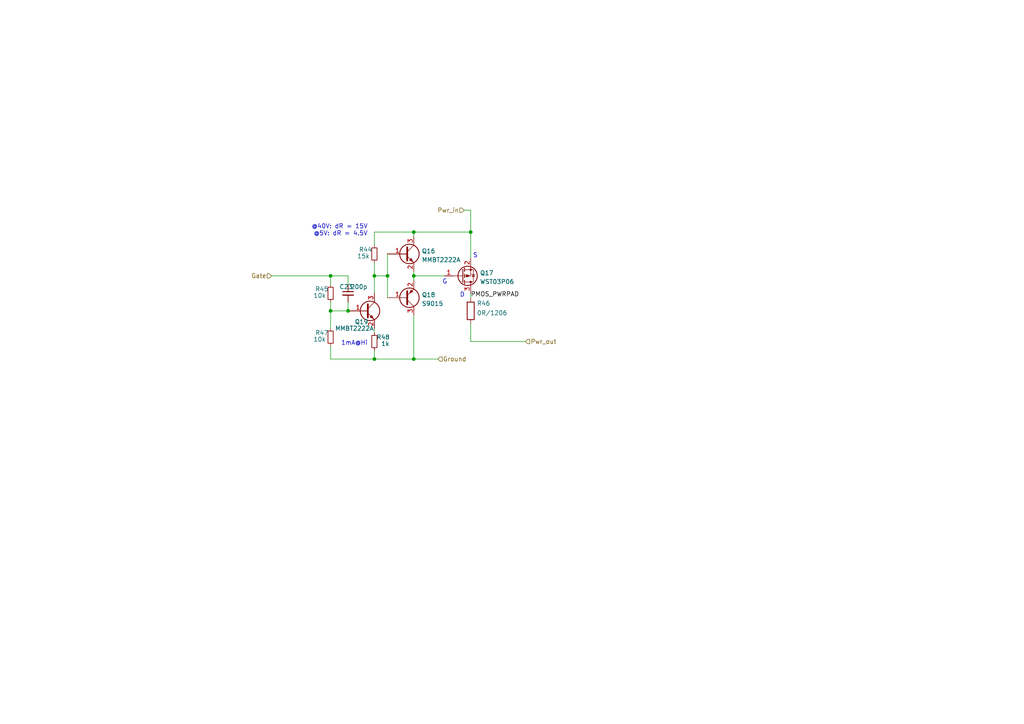
<source format=kicad_sch>
(kicad_sch (version 20230121) (generator eeschema)
  (paper "A4")
  (lib_symbols
    (symbol "Critbit_lib:WST03P06" (pin_names hide)
      (property "Reference" "Q" (at 5.08 1.905 0))
      (property "Value" "WST03P06" (at 5.08 0 0))
      (symbol "WST03P06_0_1"
        (polyline (pts (xy 0.254 -1.905) (xy 0.254 1.905)) (stroke (width 0.254)))
        (polyline (pts (xy 0.254 0) (xy -2.54 0)))
        (polyline (pts (xy 0.762 -2.286) (xy 0.762 -1.27)) (stroke (width 0.254)))
        (polyline (pts (xy 0.762 -0.508) (xy 0.762 0.508)) (stroke (width 0.254)))
        (polyline (pts (xy 0.762 1.27) (xy 0.762 2.286)) (stroke (width 0.254)))
        (polyline (pts (xy 2.54 -2.54) (xy 2.54 -1.778)))
        (polyline (pts (xy 2.54 2.54) (xy 2.54 0) (xy 0.762 0)))
        (polyline (pts (xy 0.762 -1.778) (xy 3.302 -1.778) (xy 3.302 1.778) (xy 0.762 1.778)))
        (polyline (pts (xy 2.286 0) (xy 1.27 -0.381) (xy 1.27 0.381) (xy 2.286 0)) (fill (type outline)))
        (polyline (pts (xy 2.794 0.508) (xy 2.921 0.381) (xy 3.683 0.381) (xy 3.81 0.254)))
        (polyline (pts (xy 3.302 0.381) (xy 2.921 -0.254) (xy 3.683 -0.254) (xy 3.302 0.381)))
        (circle (center 1.651 0) (radius 2.794) (stroke (width 0.254)))
        (circle (center 2.54 -1.778) (radius 0.254) (fill (type outline)))
        (circle (center 2.54 1.778) (radius 0.254) (fill (type outline)))
      )
      (symbol "WST03P06_1_1"
        (pin input line (at -5.08 0 0) (length 2.54) (name "G") (number "1"))
        (pin passive line (at 2.54 5.08 270) (length 2.54) (name "D") (number "2"))
        (pin passive line (at 2.54 -5.08 90) (length 2.54) (name "S") (number "3"))
      )
    )
    (symbol "Device:C_Small" (pin_numbers hide) (pin_names (offset 0.254) hide)
      (property "Reference" "C" (at 0.254 1.778 0))
      (property "Value" "C_Small" (at 0.254 -2.032 0))
      (symbol "C_Small_0_1"
        (polyline (pts (xy -1.524 -0.508) (xy 1.524 -0.508)) (stroke (width 0.3302)))
        (polyline (pts (xy -1.524 0.508) (xy 1.524 0.508)) (stroke (width 0.3048)))
      )
      (symbol "C_Small_1_1"
        (pin passive line (at 0 2.54 270) (length 2.032) (name "~") (number "1"))
        (pin passive line (at 0 -2.54 90) (length 2.032) (name "~") (number "2"))
      )
    )
    (symbol "Device:Q_NPN_BEC" (pin_names (offset 0) hide)
      (property "Reference" "Q" (at 5.08 1.27 0))
      (property "Value" "Q_NPN_BEC" (at 5.08 -1.27 0))
      (symbol "Q_NPN_BEC_0_1"
        (polyline (pts (xy 0.635 0.635) (xy 2.54 2.54)))
        (polyline (pts (xy 0.635 -0.635) (xy 2.54 -2.54) (xy 2.54 -2.54)))
        (polyline (pts (xy 0.635 1.905) (xy 0.635 -1.905) (xy 0.635 -1.905)) (stroke (width 0.508)))
        (polyline (pts (xy 1.27 -1.778) (xy 1.778 -1.27) (xy 2.286 -2.286) (xy 1.27 -1.778) (xy 1.27 -1.778)) (fill (type outline)))
        (circle (center 1.27 0) (radius 2.8194) (stroke (width 0.254)))
      )
      (symbol "Q_NPN_BEC_1_1"
        (pin input line (at -5.08 0 0) (length 5.715) (name "B") (number "1"))
        (pin passive line (at 2.54 -5.08 90) (length 2.54) (name "E") (number "2"))
        (pin passive line (at 2.54 5.08 270) (length 2.54) (name "C") (number "3"))
      )
    )
    (symbol "Device:Q_PNP_BEC" (pin_names (offset 0) hide)
      (property "Reference" "Q" (at 5.08 1.27 0))
      (property "Value" "Q_PNP_BEC" (at 5.08 -1.27 0))
      (symbol "Q_PNP_BEC_0_1"
        (polyline (pts (xy 0.635 0.635) (xy 2.54 2.54)))
        (polyline (pts (xy 0.635 -0.635) (xy 2.54 -2.54) (xy 2.54 -2.54)))
        (polyline (pts (xy 0.635 1.905) (xy 0.635 -1.905) (xy 0.635 -1.905)) (stroke (width 0.508)))
        (polyline (pts (xy 2.286 -1.778) (xy 1.778 -2.286) (xy 1.27 -1.27) (xy 2.286 -1.778) (xy 2.286 -1.778)) (fill (type outline)))
        (circle (center 1.27 0) (radius 2.8194) (stroke (width 0.254)))
      )
      (symbol "Q_PNP_BEC_1_1"
        (pin input line (at -5.08 0 0) (length 5.715) (name "B") (number "1"))
        (pin passive line (at 2.54 -5.08 90) (length 2.54) (name "E") (number "2"))
        (pin passive line (at 2.54 5.08 270) (length 2.54) (name "C") (number "3"))
      )
    )
    (symbol "Device:R" (pin_numbers hide) (pin_names (offset 0))
      (property "Reference" "R" (at 2.032 0 90))
      (property "Value" "R" (at 0 0 90))
      (symbol "R_0_1"
        (rectangle (start -1.016 -2.54) (end 1.016 2.54) (stroke (width 0.254)))
      )
      (symbol "R_1_1"
        (pin passive line (at 0 3.81 270) (length 1.27) (name "~") (number "1"))
        (pin passive line (at 0 -3.81 90) (length 1.27) (name "~") (number "2"))
      )
    )
    (symbol "Device:R_Small" (pin_numbers hide) (pin_names (offset 0.254) hide)
      (property "Reference" "R" (at 0.762 0.508 0))
      (property "Value" "R_Small" (at 0.762 -1.016 0))
      (symbol "R_Small_0_1"
        (rectangle (start -0.762 1.778) (end 0.762 -1.778) (stroke (width 0.2032)))
      )
      (symbol "R_Small_1_1"
        (pin passive line (at 0 2.54 270) (length 0.762) (name "~") (number "1"))
        (pin passive line (at 0 -2.54 90) (length 0.762) (name "~") (number "2"))
      )
    )
  )
  (junction (at 100.965 90.17))
  (junction (at 136.525 67.31))
  (junction (at 108.585 104.14))
  (junction (at 112.395 80.01))
  (junction (at 95.885 90.17))
  (junction (at 120.015 80.01))
  (junction (at 95.885 80.01))
  (junction (at 120.015 104.14))
  (junction (at 120.015 67.31))
  (junction (at 108.585 80.01))
  (wire (pts (xy 100.965 87.63) (xy 100.965 90.17)))
  (wire (pts (xy 95.885 90.17) (xy 100.965 90.17)))
  (wire (pts (xy 120.015 67.31) (xy 108.585 67.31)))
  (wire (pts (xy 128.905 80.01) (xy 120.015 80.01)))
  (wire (pts (xy 108.585 76.2) (xy 108.585 80.01)))
  (wire (pts (xy 108.585 104.14) (xy 95.885 104.14)))
  (wire (pts (xy 112.395 73.66) (xy 112.395 80.01)))
  (wire (pts (xy 100.965 80.01) (xy 100.965 82.55)))
  (wire (pts (xy 108.585 80.01) (xy 108.585 85.09)))
  (wire (pts (xy 136.525 99.06) (xy 152.4 99.06)))
  (wire (pts (xy 120.015 80.01) (xy 120.015 81.28)))
  (wire (pts (xy 108.585 101.6) (xy 108.585 104.14)))
  (wire (pts (xy 120.015 91.44) (xy 120.015 104.14)))
  (wire (pts (xy 136.525 60.96) (xy 136.525 67.31)))
  (wire (pts (xy 108.585 67.31) (xy 108.585 71.12)))
  (wire (pts (xy 120.015 104.14) (xy 127 104.14)))
  (wire (pts (xy 95.885 82.55) (xy 95.885 80.01)))
  (wire (pts (xy 120.015 67.31) (xy 136.525 67.31)))
  (wire (pts (xy 136.525 93.98) (xy 136.525 99.06)))
  (wire (pts (xy 108.585 80.01) (xy 112.395 80.01)))
  (wire (pts (xy 78.74 80.01) (xy 95.885 80.01)))
  (wire (pts (xy 120.015 80.01) (xy 120.015 78.74)))
  (wire (pts (xy 136.525 85.09) (xy 136.525 86.36)))
  (wire (pts (xy 95.885 80.01) (xy 100.965 80.01)))
  (wire (pts (xy 134.62 60.96) (xy 136.525 60.96)))
  (wire (pts (xy 108.585 95.25) (xy 108.585 96.52)))
  (wire (pts (xy 95.885 95.25) (xy 95.885 90.17)))
  (wire (pts (xy 120.015 67.31) (xy 120.015 68.58)))
  (wire (pts (xy 95.885 90.17) (xy 95.885 87.63)))
  (wire (pts (xy 95.885 100.33) (xy 95.885 104.14)))
  (wire (pts (xy 136.525 67.31) (xy 136.525 74.93)))
  (wire (pts (xy 108.585 104.14) (xy 120.015 104.14)))
  (wire (pts (xy 112.395 80.01) (xy 112.395 86.36)))
  (text "D" (at 133.35 86.36 0) (effects (font (size 1.27 1.27)) (justify left bottom)))
  (text "1mA@Hi" (at 106.68 100.33 0) (effects (font (size 1.27 1.27)) (justify right bottom)))
  (text "G" (at 128.27 82.55 0) (effects (font (size 1.27 1.27)) (justify left bottom)))
  (text "S" (at 137.16 74.93 0) (effects (font (size 1.27 1.27)) (justify left bottom)))
  (text "@40V: dR = 15V\n@5V: dR = 4.5V" (at 106.68 68.58 0) (effects (font (size 1.27 1.27)) (justify right bottom)))
  (label "PMOS_PWRPAD" (at 136.525 86.36 0))
  (hierarchical_label "Pwr_out" (shape input) (at 152.4 99.06 0))
  (hierarchical_label "Pwr_in" (shape input) (at 134.62 60.96 180))
  (hierarchical_label "Gate" (shape input) (at 78.74 80.01 180))
  (hierarchical_label "Ground" (shape input) (at 127 104.14 0))
  (symbol (lib_id "Device:R_Small") (at 108.585 73.66 180) (unit 1)
    (property "Reference" "R44" (at 106.045 72.39 0))
    (property "Value" "15k" (at 105.41 74.295 0))
    (property "Footprint" "Resistor_SMD:R_0402_1005Metric" (effects hide))
    (instances (project "cringenode" (path "" (reference "R44") (unit 1)) (path "" (reference "R39") (unit 1)) (path "" (reference "R49") (unit 1))))
  )
  (symbol (lib_id "Critbit_lib:WST03P06") (at 133.985 80.01 0) (unit 1)
    (property "Reference" "Q17" (at 139.1919 79.1753 0) (effects (justify left)))
    (property "Value" "WST03P06" (at 139.1919 81.7122 0) (effects (justify left)))
    (property "Footprint" "Package_TO_SOT_SMD:SOT-23" (effects hide))
    (instances (project "cringenode" (path "" (reference "Q17") (unit 1)) (path "" (reference "Q13") (unit 1)) (path "" (reference "Q21") (unit 1))))
  )
  (symbol (lib_id "Device:R_Small") (at 95.885 85.09 180) (unit 1)
    (property "Reference" "R45" (at 93.345 83.82 0))
    (property "Value" "10k" (at 92.71 85.725 0))
    (property "Footprint" "Resistor_SMD:R_0402_1005Metric" (effects hide))
    (instances (project "cringenode" (path "" (reference "R45") (unit 1)) (path "" (reference "R40") (unit 1)) (path "" (reference "R50") (unit 1))))
  )
  (symbol (lib_id "Device:Q_PNP_BEC") (at 117.475 86.36 0) (mirror x) (unit 1)
    (property "Reference" "Q18" (at 122.3264 85.5253 0) (effects (justify left)))
    (property "Value" "S9015" (at 122.3264 88.0622 0) (effects (justify left)))
    (property "Footprint" "Package_TO_SOT_SMD:SOT-23" (effects hide))
    (instances (project "cringenode" (path "" (reference "Q18") (unit 1)) (path "" (reference "Q14") (unit 1)) (path "" (reference "Q22") (unit 1))))
  )
  (symbol (lib_id "Device:R_Small") (at 108.585 99.06 0) (mirror x) (unit 1)
    (property "Reference" "R48" (at 111.125 97.79 0))
    (property "Value" "1k" (at 111.76 99.695 0))
    (property "Footprint" "Resistor_SMD:R_0402_1005Metric" (effects hide))
    (instances (project "cringenode" (path "" (reference "R48") (unit 1)) (path "" (reference "R43") (unit 1)) (path "" (reference "R53") (unit 1))))
  )
  (symbol (lib_id "Device:R") (at 136.525 90.17 0) (unit 1)
    (property "Reference" "R46" (at 138.303 87.9915 0) (effects (justify left)))
    (property "Value" "0R/1206" (at 138.303 90.7666 0) (effects (justify left)))
    (property "Footprint" "Resistor_SMD:R_1206_3216Metric_Pad1.30x1.75mm_HandSolder" (effects hide))
    (instances (project "cringenode" (path "" (reference "R46") (unit 1)) (path "" (reference "R41") (unit 1)) (path "" (reference "R51") (unit 1))))
  )
  (symbol (lib_id "Device:Q_NPN_BEC") (at 106.045 90.17 0) (unit 1)
    (property "Reference" "Q19" (at 102.87 93.345 0) (effects (justify left)))
    (property "Value" "MMBT2222A" (at 97.155 95.25 0) (effects (justify left)))
    (property "Footprint" "Package_TO_SOT_SMD:SOT-23" (effects hide))
    (property "LCSC" "C8512" (effects hide))
    (instances (project "cringenode" (path "" (reference "Q19") (unit 1)) (path "" (reference "Q15") (unit 1)) (path "" (reference "Q23") (unit 1))))
  )
  (symbol (lib_id "Device:R_Small") (at 95.885 97.79 180) (unit 1)
    (property "Reference" "R47" (at 93.345 96.52 0))
    (property "Value" "10k" (at 92.71 98.425 0))
    (property "Footprint" "Resistor_SMD:R_0402_1005Metric" (effects hide))
    (instances (project "cringenode" (path "" (reference "R47") (unit 1)) (path "" (reference "R42") (unit 1)) (path "" (reference "R52") (unit 1))))
  )
  (symbol (lib_id "Device:C_Small") (at 100.965 85.09 0) (unit 1)
    (property "Reference" "C23" (at 98.425 83.185 0) (effects (justify left)))
    (property "Value" "200p" (at 101.6 83.185 0) (effects (justify left)))
    (property "Footprint" "Capacitor_SMD:C_0402_1005Metric" (effects hide))
    (property "LCSC" "C1530" (effects hide))
    (instances (project "cringenode" (path "" (reference "C23") (unit 1)) (path "" (reference "C22") (unit 1)) (path "" (reference "C24") (unit 1))))
  )
  (symbol (lib_id "Device:Q_NPN_BEC") (at 117.475 73.66 0) (unit 1)
    (property "Reference" "Q16" (at 122.3264 72.8253 0) (effects (justify left)))
    (property "Value" "MMBT2222A" (at 122.3264 75.3622 0) (effects (justify left)))
    (property "Footprint" "Package_TO_SOT_SMD:SOT-23" (effects hide))
    (property "LCSC" "C8512" (effects hide))
    (instances (project "cringenode" (path "" (reference "Q16") (unit 1)) (path "" (reference "Q12") (unit 1)) (path "" (reference "Q20") (unit 1))))
  )
)
</source>
